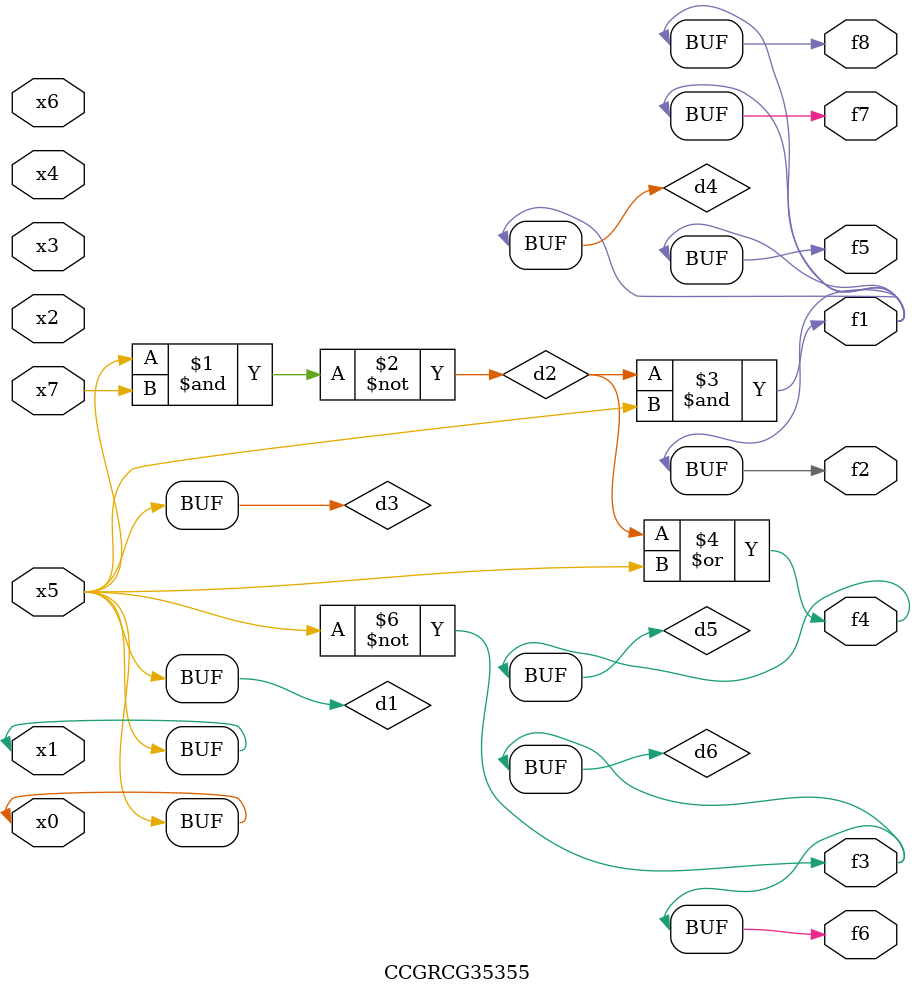
<source format=v>
module CCGRCG35355(
	input x0, x1, x2, x3, x4, x5, x6, x7,
	output f1, f2, f3, f4, f5, f6, f7, f8
);

	wire d1, d2, d3, d4, d5, d6;

	buf (d1, x0, x5);
	nand (d2, x5, x7);
	buf (d3, x0, x1);
	and (d4, d2, d3);
	or (d5, d2, d3);
	nor (d6, d1, d3);
	assign f1 = d4;
	assign f2 = d4;
	assign f3 = d6;
	assign f4 = d5;
	assign f5 = d4;
	assign f6 = d6;
	assign f7 = d4;
	assign f8 = d4;
endmodule

</source>
